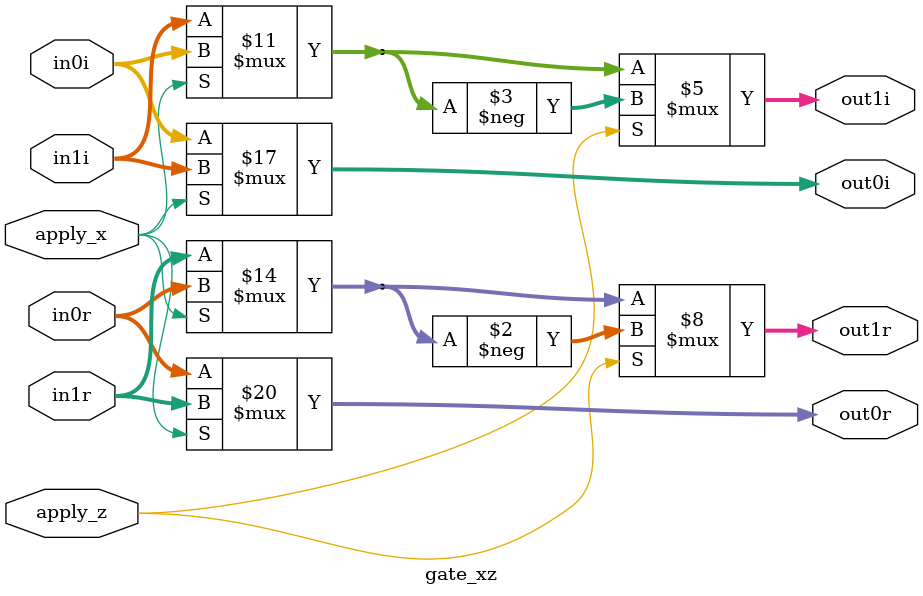
<source format=sv>

module gate_xz(
    input  logic apply_x,
    input  logic apply_z,
    input  logic signed [15:0] in0r, in0i, in1r, in1i,
    output logic signed [15:0] out0r, out0i, out1r, out1i
);
    always_comb begin
        // default passthrough
        out0r = in0r; out0i = in0i;
        out1r = in1r; out1i = in1i;
        // X swaps the pair
        if (apply_x) begin
            out0r = in1r; out0i = in1i;
            out1r = in0r; out1i = in0i;
        end
        // Z flips sign on |1> component (index with target-bit = 1 => second of the pair)
        if (apply_z) begin
            out1r = -out1r;
            out1i = -out1i;
        end
    end
endmodule

</source>
